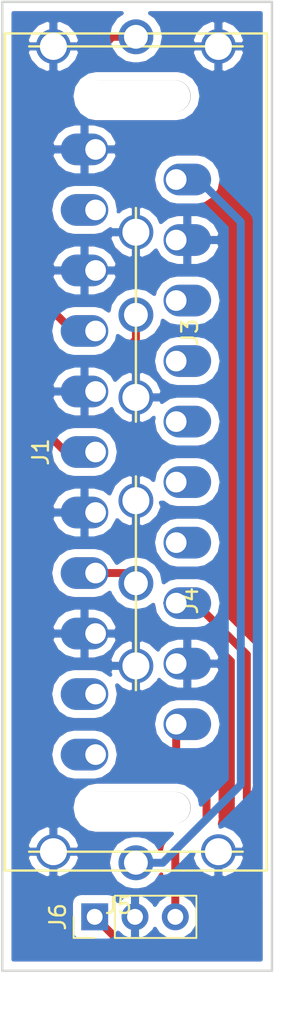
<source format=kicad_pcb>
(kicad_pcb (version 20171130) (host pcbnew 5.0.1)

  (general
    (thickness 1.6)
    (drawings 6)
    (tracks 35)
    (zones 0)
    (modules 6)
    (nets 16)
  )

  (page A4)
  (layers
    (0 F.Cu signal)
    (31 B.Cu signal)
    (32 B.Adhes user)
    (33 F.Adhes user)
    (34 B.Paste user)
    (35 F.Paste user)
    (36 B.SilkS user)
    (37 F.SilkS user)
    (38 B.Mask user)
    (39 F.Mask user)
    (40 Dwgs.User user)
    (41 Cmts.User user)
    (42 Eco1.User user)
    (43 Eco2.User user)
    (44 Edge.Cuts user)
    (45 Margin user)
    (46 B.CrtYd user)
    (47 F.CrtYd user)
    (48 B.Fab user)
    (49 F.Fab user)
  )

  (setup
    (last_trace_width 0.25)
    (user_trace_width 0.5)
    (user_trace_width 0.75)
    (trace_clearance 0.2)
    (zone_clearance 0.508)
    (zone_45_only no)
    (trace_min 0.2)
    (segment_width 0.2)
    (edge_width 0.15)
    (via_size 0.6)
    (via_drill 0.4)
    (via_min_size 0.4)
    (via_min_drill 0.3)
    (uvia_size 0.3)
    (uvia_drill 0.1)
    (uvias_allowed no)
    (uvia_min_size 0.2)
    (uvia_min_drill 0.1)
    (pcb_text_width 0.3)
    (pcb_text_size 1.5 1.5)
    (mod_edge_width 0.15)
    (mod_text_size 1 1)
    (mod_text_width 0.15)
    (pad_size 2.2 2.2)
    (pad_drill 1.5)
    (pad_to_mask_clearance 0.2)
    (solder_mask_min_width 0.25)
    (aux_axis_origin 0 0)
    (visible_elements 7FFFFFFF)
    (pcbplotparams
      (layerselection 0x010f0_80000001)
      (usegerberextensions true)
      (usegerberattributes false)
      (usegerberadvancedattributes false)
      (creategerberjobfile false)
      (excludeedgelayer true)
      (linewidth 0.100000)
      (plotframeref false)
      (viasonmask false)
      (mode 1)
      (useauxorigin false)
      (hpglpennumber 1)
      (hpglpenspeed 20)
      (hpglpendiameter 15.000000)
      (psnegative false)
      (psa4output false)
      (plotreference true)
      (plotvalue true)
      (plotinvisibletext false)
      (padsonsilk false)
      (subtractmaskfromsilk false)
      (outputformat 1)
      (mirror false)
      (drillshape 0)
      (scaleselection 1)
      (outputdirectory "Gerbers/"))
  )

  (net 0 "")
  (net 1 GND)
  (net 2 RED)
  (net 3 R_AUD)
  (net 4 SYNC)
  (net 5 GREEN)
  (net 6 L_AUD)
  (net 7 BLUE)
  (net 8 "Net-(J1-Pad1)")
  (net 9 "Net-(J1-Pad16)")
  (net 10 "Net-(J1-Pad14)")
  (net 11 "Net-(J1-Pad8)")
  (net 12 "Net-(J1-Pad10)")
  (net 13 "Net-(J1-Pad12)")
  (net 14 "Net-(J1-Pad3)")
  (net 15 "Net-(J1-Pad19)")

  (net_class Default "This is the default net class."
    (clearance 0.2)
    (trace_width 0.25)
    (via_dia 0.6)
    (via_drill 0.4)
    (uvia_dia 0.3)
    (uvia_drill 0.1)
    (add_net BLUE)
    (add_net GND)
    (add_net GREEN)
    (add_net L_AUD)
    (add_net "Net-(J1-Pad1)")
    (add_net "Net-(J1-Pad10)")
    (add_net "Net-(J1-Pad12)")
    (add_net "Net-(J1-Pad14)")
    (add_net "Net-(J1-Pad16)")
    (add_net "Net-(J1-Pad19)")
    (add_net "Net-(J1-Pad3)")
    (add_net "Net-(J1-Pad8)")
    (add_net RED)
    (add_net R_AUD)
    (add_net SYNC)
  )

  (module "extron-scart:SCART_F" (layer F.Cu) (tedit 5C651D57) (tstamp 5C68F92A)
    (at 150.424999 108.340001 270)
    (path /5C652397)
    (fp_text reference J1 (at 0 6 270) (layer F.SilkS)
      (effects (font (size 1 1) (thickness 0.15)))
    )
    (fp_text value SCART-F (at 0 -6.25 270) (layer F.Fab)
      (effects (font (size 1 1) (thickness 0.15)))
    )
    (fp_line (start 26.35 8.25) (end -26.35 8.25) (layer F.SilkS) (width 0.15))
    (fp_line (start -26.35 8.25) (end -26.35 -8.25) (layer F.SilkS) (width 0.15))
    (fp_line (start -26.35 -8.25) (end 26.35 -8.25) (layer F.SilkS) (width 0.15))
    (fp_line (start 26.35 -8.25) (end 26.35 8.25) (layer F.SilkS) (width 0.15))
    (pad 20 thru_hole oval (at -17.155 -2.54 270) (size 2 3) (drill 1.3 (offset 0 -0.7)) (layers *.Cu *.Mask)
      (net 4 SYNC))
    (pad 18 thru_hole oval (at -13.345 -2.54 270) (size 2 3) (drill 1.3 (offset 0 -0.7)) (layers *.Cu *.Mask)
      (net 1 GND))
    (pad 16 thru_hole oval (at -9.535 -2.54 270) (size 2 3) (drill 1.3 (offset 0 -0.7)) (layers *.Cu *.Mask)
      (net 9 "Net-(J1-Pad16)"))
    (pad 14 thru_hole oval (at -5.725 -2.54 270) (size 2 3) (drill 1.3 (offset 0 -0.7)) (layers *.Cu *.Mask)
      (net 10 "Net-(J1-Pad14)"))
    (pad 2 thru_hole oval (at 17.135 -2.54 270) (size 2 3) (drill 1.3 (offset 0 -0.7)) (layers *.Cu *.Mask)
      (net 3 R_AUD))
    (pad 4 thru_hole oval (at 13.325 -2.54 270) (size 2 3) (drill 1.3 (offset 0 -0.7)) (layers *.Cu *.Mask)
      (net 1 GND))
    (pad 6 thru_hole oval (at 9.515 -2.54 270) (size 2 3) (drill 1.3 (offset 0 -0.7)) (layers *.Cu *.Mask)
      (net 6 L_AUD))
    (pad 8 thru_hole oval (at 5.705 -2.54 270) (size 2 3) (drill 1.3 (offset 0 -0.7)) (layers *.Cu *.Mask)
      (net 11 "Net-(J1-Pad8)"))
    (pad 10 thru_hole oval (at 1.895 -2.54 270) (size 2 3) (drill 1.3 (offset 0 -0.7)) (layers *.Cu *.Mask)
      (net 12 "Net-(J1-Pad10)"))
    (pad 12 thru_hole oval (at -1.915 -2.54 270) (size 2 3) (drill 1.3 (offset 0 -0.7)) (layers *.Cu *.Mask)
      (net 13 "Net-(J1-Pad12)"))
    (pad 1 thru_hole oval (at 19.05 2.54 270) (size 2 3) (drill 1.3 (offset 0 0.7)) (layers *.Cu *.Mask)
      (net 8 "Net-(J1-Pad1)"))
    (pad 3 thru_hole oval (at 15.24 2.54 270) (size 2 3) (drill 1.3 (offset 0 0.7)) (layers *.Cu *.Mask)
      (net 14 "Net-(J1-Pad3)"))
    (pad 5 thru_hole oval (at 11.43 2.54 270) (size 2 3) (drill 1.3 (offset 0 0.7)) (layers *.Cu *.Mask)
      (net 1 GND))
    (pad 7 thru_hole oval (at 7.62 2.54 270) (size 2 3) (drill 1.3 (offset 0 0.7)) (layers *.Cu *.Mask)
      (net 7 BLUE))
    (pad 9 thru_hole oval (at 3.81 2.54 270) (size 2 3) (drill 1.3 (offset 0 0.7)) (layers *.Cu *.Mask)
      (net 1 GND))
    (pad 21 thru_hole oval (at -19.05 2.54 270) (size 2 3) (drill 1.3 (offset 0 0.7)) (layers *.Cu *.Mask)
      (net 1 GND))
    (pad 19 thru_hole oval (at -15.24 2.54 270) (size 2 3) (drill 1.3 (offset 0 0.7)) (layers *.Cu *.Mask)
      (net 15 "Net-(J1-Pad19)"))
    (pad 17 thru_hole oval (at -11.43 2.54 270) (size 2 3) (drill 1.3 (offset 0 0.7)) (layers *.Cu *.Mask)
      (net 1 GND))
    (pad 15 thru_hole oval (at -7.62 2.54 270) (size 2 3) (drill 1.3 (offset 0 0.7)) (layers *.Cu *.Mask)
      (net 2 RED))
    (pad 13 thru_hole oval (at -3.81 2.54 270) (size 2 3) (drill 1.3 (offset 0 0.7)) (layers *.Cu *.Mask)
      (net 1 GND))
    (pad 11 thru_hole oval (at 0 2.54 270) (size 2 3) (drill 1.3 (offset 0 0.7)) (layers *.Cu *.Mask)
      (net 5 GREEN))
    (pad "" np_thru_hole oval (at -22.4 0 270) (size 2 6.8) (drill oval 2 6.8) (layers *.Cu *.Mask))
    (pad "" np_thru_hole oval (at 22.4 0 270) (size 2 6.8) (drill oval 2 6.8) (layers *.Cu *.Mask))
  )

  (module Connector_PinHeader_2.54mm:PinHeader_1x03_P2.54mm_Vertical (layer F.Cu) (tedit 59FED5CC) (tstamp 5C6B1E46)
    (at 147.828 137.6045 90)
    (descr "Through hole straight pin header, 1x03, 2.54mm pitch, single row")
    (tags "Through hole pin header THT 1x03 2.54mm single row")
    (path /5C652866)
    (fp_text reference J6 (at 0 -2.33 90) (layer F.SilkS)
      (effects (font (size 1 1) (thickness 0.15)))
    )
    (fp_text value Conn_01x03_Male (at 0 7.41 90) (layer F.Fab)
      (effects (font (size 1 1) (thickness 0.15)))
    )
    (fp_line (start -0.635 -1.27) (end 1.27 -1.27) (layer F.Fab) (width 0.1))
    (fp_line (start 1.27 -1.27) (end 1.27 6.35) (layer F.Fab) (width 0.1))
    (fp_line (start 1.27 6.35) (end -1.27 6.35) (layer F.Fab) (width 0.1))
    (fp_line (start -1.27 6.35) (end -1.27 -0.635) (layer F.Fab) (width 0.1))
    (fp_line (start -1.27 -0.635) (end -0.635 -1.27) (layer F.Fab) (width 0.1))
    (fp_line (start -1.33 6.41) (end 1.33 6.41) (layer F.SilkS) (width 0.12))
    (fp_line (start -1.33 1.27) (end -1.33 6.41) (layer F.SilkS) (width 0.12))
    (fp_line (start 1.33 1.27) (end 1.33 6.41) (layer F.SilkS) (width 0.12))
    (fp_line (start -1.33 1.27) (end 1.33 1.27) (layer F.SilkS) (width 0.12))
    (fp_line (start -1.33 0) (end -1.33 -1.33) (layer F.SilkS) (width 0.12))
    (fp_line (start -1.33 -1.33) (end 0 -1.33) (layer F.SilkS) (width 0.12))
    (fp_line (start -1.8 -1.8) (end -1.8 6.85) (layer F.CrtYd) (width 0.05))
    (fp_line (start -1.8 6.85) (end 1.8 6.85) (layer F.CrtYd) (width 0.05))
    (fp_line (start 1.8 6.85) (end 1.8 -1.8) (layer F.CrtYd) (width 0.05))
    (fp_line (start 1.8 -1.8) (end -1.8 -1.8) (layer F.CrtYd) (width 0.05))
    (fp_text user %R (at 0 2.54 180) (layer F.Fab)
      (effects (font (size 1 1) (thickness 0.15)))
    )
    (pad 1 thru_hole rect (at 0 0 90) (size 1.7 1.7) (drill 1) (layers *.Cu *.Mask)
      (net 6 L_AUD))
    (pad 2 thru_hole oval (at 0 2.54 90) (size 1.7 1.7) (drill 1) (layers *.Cu *.Mask)
      (net 1 GND))
    (pad 3 thru_hole oval (at 0 5.08 90) (size 1.7 1.7) (drill 1) (layers *.Cu *.Mask)
      (net 3 R_AUD))
    (model ${KISYS3DMOD}/Connector_PinHeader_2.54mm.3dshapes/PinHeader_1x03_P2.54mm_Vertical.wrl
      (at (xyz 0 0 0))
      (scale (xyz 1 1 1))
      (rotate (xyz 0 0 0))
    )
  )

  (module "extron-scart:RCA" (layer F.Cu) (tedit 5C651D34) (tstamp 5C69015B)
    (at 150.424999 116.604 90)
    (path /5C651DB2)
    (fp_text reference J4 (at -1.1 3.4 90) (layer F.SilkS)
      (effects (font (size 1 1) (thickness 0.15)))
    )
    (fp_text value Conn_Coaxial (at 5.03 3.42 90) (layer F.Fab)
      (effects (font (size 1 1) (thickness 0.15)))
    )
    (fp_line (start -6.73 0) (end 6.73 0) (layer F.SilkS) (width 0.15))
    (pad 2 thru_hole oval (at -5.2 0 90) (size 2.2 2.2) (drill 1.7) (layers *.Cu *.Mask)
      (net 1 GND))
    (pad 1 thru_hole oval (at 0 0 90) (size 2.2 2.2) (drill 1.5) (layers *.Cu *.Mask)
      (net 7 BLUE))
    (pad 2 thru_hole oval (at 5.2 0 90) (size 2.2 2.2) (drill 1.7) (layers *.Cu *.Mask)
      (net 1 GND))
  )

  (module "extron-scart:RCA" (layer F.Cu) (tedit 5C651D34) (tstamp 5C68FF5D)
    (at 150.424999 99.704 90)
    (path /5C651D00)
    (fp_text reference J3 (at -1.1 3.4 90) (layer F.SilkS)
      (effects (font (size 1 1) (thickness 0.15)))
    )
    (fp_text value Conn_Coaxial (at 5.03 3.42 90) (layer F.Fab)
      (effects (font (size 1 1) (thickness 0.15)))
    )
    (fp_line (start -6.73 0) (end 6.73 0) (layer F.SilkS) (width 0.15))
    (pad 2 thru_hole oval (at 5.2 0 90) (size 2.2 2.2) (drill 1.7) (layers *.Cu *.Mask)
      (net 1 GND))
    (pad 1 thru_hole oval (at 0 0 90) (size 2.2 2.2) (drill 1.5) (layers *.Cu *.Mask)
      (net 5 GREEN))
    (pad 2 thru_hole oval (at -5.2 0 90) (size 2.2 2.2) (drill 1.7) (layers *.Cu *.Mask)
      (net 1 GND))
  )

  (module "extron-scart:RCA" (layer F.Cu) (tedit 5C65246C) (tstamp 5C68FEAB)
    (at 150.424999 82.804)
    (path /5C651C5B)
    (fp_text reference J2 (at -1.1 3.4) (layer F.SilkS)
      (effects (font (size 1 1) (thickness 0.15)))
    )
    (fp_text value Conn_Coaxial (at 5.03 3.42) (layer F.Fab)
      (effects (font (size 1 1) (thickness 0.15)))
    )
    (fp_line (start -6.73 0) (end 6.73 0) (layer F.SilkS) (width 0.15))
    (pad 2 thru_hole oval (at -5.2 0) (size 2.2 2.2) (drill 1.7) (layers *.Cu *.Mask)
      (net 1 GND))
    (pad 1 thru_hole oval (at 0 -0.604) (size 2.2 2.2) (drill 1.5) (layers *.Cu *.Mask)
      (net 2 RED))
    (pad 2 thru_hole oval (at 5.2 0) (size 2.2 2.2) (drill 1.7) (layers *.Cu *.Mask)
      (net 1 GND))
  )

  (module "extron-scart:RCA" (layer F.Cu) (tedit 5C652426) (tstamp 5C69053F)
    (at 150.424999 133.504)
    (path /5C651E83)
    (fp_text reference J5 (at -1.1 3.4) (layer F.SilkS)
      (effects (font (size 1 1) (thickness 0.15)))
    )
    (fp_text value Conn_Coaxial (at 5.03 3.42) (layer F.Fab)
      (effects (font (size 1 1) (thickness 0.15)))
    )
    (fp_line (start -6.73 0) (end 6.73 0) (layer F.SilkS) (width 0.15))
    (pad 2 thru_hole oval (at -5.2 0) (size 2.2 2.2) (drill 1.7) (layers *.Cu *.Mask)
      (net 1 GND))
    (pad 1 thru_hole oval (at 0 0.696) (size 2.2 2.2) (drill 1.5) (layers *.Cu *.Mask)
      (net 4 SYNC))
    (pad 2 thru_hole oval (at 5.2 0) (size 2.2 2.2) (drill 1.7) (layers *.Cu *.Mask)
      (net 1 GND))
  )

  (gr_line (start 142 141) (end 142 80) (angle 90) (layer Edge.Cuts) (width 0.15))
  (gr_line (start 159 80) (end 159 141) (angle 90) (layer Edge.Cuts) (width 0.15))
  (gr_line (start 159 141) (end 142 141) (angle 90) (layer Edge.Cuts) (width 0.15))
  (gr_line (start 159 80) (end 142 80) (angle 90) (layer Edge.Cuts) (width 0.15))
  (gr_line (start 148.095 130.731) (end 152.895 130.731) (angle 90) (layer Edge.Cuts) (width 2) (tstamp 5B18B802))
  (gr_line (start 148.095 85.931) (end 152.895 85.931) (angle 90) (layer Edge.Cuts) (width 2))

  (segment (start 147.955 100.711) (end 146.431 100.711) (width 0.25) (layer F.Cu) (net 2))
  (segment (start 144.145 86.995) (end 148.94 82.2) (width 0.5) (layer F.Cu) (net 2))
  (segment (start 144.145 98.425) (end 144.145 86.995) (width 0.5) (layer F.Cu) (net 2))
  (segment (start 148.94 82.2) (end 150.424999 82.2) (width 0.5) (layer F.Cu) (net 2))
  (segment (start 147.884999 100.720001) (end 146.440001 100.720001) (width 0.5) (layer F.Cu) (net 2))
  (segment (start 146.440001 100.720001) (end 144.145 98.425) (width 0.5) (layer F.Cu) (net 2))
  (segment (start 152.908 133.4135) (end 152.908 137.6045) (width 0.5) (layer F.Cu) (net 3))
  (segment (start 154.8765 129.2225) (end 154.8765 131.445) (width 0.5) (layer F.Cu) (net 3))
  (segment (start 154.8765 131.445) (end 152.908 133.4135) (width 0.5) (layer F.Cu) (net 3))
  (segment (start 152.964999 125.475001) (end 152.964999 127.310999) (width 0.5) (layer F.Cu) (net 3))
  (segment (start 152.964999 127.310999) (end 154.8765 129.2225) (width 0.5) (layer F.Cu) (net 3))
  (segment (start 153.035 91.176) (end 154.315 91.176) (width 0.25) (layer B.Cu) (net 4))
  (segment (start 157.0355 93.853) (end 154.367501 91.185001) (width 0.5) (layer B.Cu) (net 4))
  (segment (start 157.0355 129.286) (end 157.0355 93.853) (width 0.5) (layer B.Cu) (net 4))
  (segment (start 150.424999 134.2) (end 152.1215 134.2) (width 0.5) (layer B.Cu) (net 4))
  (segment (start 154.367501 91.185001) (end 152.964999 91.185001) (width 0.5) (layer B.Cu) (net 4))
  (segment (start 152.1215 134.2) (end 157.0355 129.286) (width 0.5) (layer B.Cu) (net 4))
  (segment (start 147.884999 108.340001) (end 145.995501 108.340001) (width 0.5) (layer F.Cu) (net 5))
  (segment (start 145.995501 108.340001) (end 144.399 106.7435) (width 0.5) (layer F.Cu) (net 5))
  (segment (start 144.399 106.7435) (end 144.399 103.759) (width 0.5) (layer F.Cu) (net 5))
  (segment (start 144.399 103.759) (end 145.542 102.616) (width 0.5) (layer F.Cu) (net 5))
  (segment (start 150.424999 101.259634) (end 150.424999 99.704) (width 0.5) (layer F.Cu) (net 5))
  (segment (start 149.068633 102.616) (end 150.424999 101.259634) (width 0.5) (layer F.Cu) (net 5))
  (segment (start 145.542 102.616) (end 149.068633 102.616) (width 0.5) (layer F.Cu) (net 5))
  (segment (start 153.035 117.846) (end 152.263 117.846) (width 0.25) (layer B.Cu) (net 6))
  (segment (start 149.479 139.2555) (end 147.828 137.6045) (width 0.5) (layer F.Cu) (net 6))
  (segment (start 154.4955 139.2555) (end 149.479 139.2555) (width 0.5) (layer F.Cu) (net 6))
  (segment (start 157.4165 136.3345) (end 154.4955 139.2555) (width 0.5) (layer F.Cu) (net 6))
  (segment (start 157.4165 121.0945) (end 157.4165 136.3345) (width 0.5) (layer F.Cu) (net 6))
  (segment (start 152.964999 117.855001) (end 154.177001 117.855001) (width 0.5) (layer F.Cu) (net 6))
  (segment (start 154.177001 117.855001) (end 157.4165 121.0945) (width 0.5) (layer F.Cu) (net 6))
  (segment (start 147.955 115.951) (end 147.1295 115.951) (width 0.25) (layer F.Cu) (net 7))
  (segment (start 147.955 115.951) (end 148.59 115.951) (width 0.25) (layer F.Cu) (net 7))
  (segment (start 149.781 115.960001) (end 150.424999 116.604) (width 0.5) (layer F.Cu) (net 7))
  (segment (start 147.884999 115.960001) (end 149.781 115.960001) (width 0.5) (layer F.Cu) (net 7))

  (zone (net 1) (net_name GND) (layer F.Cu) (tstamp 0) (hatch edge 0.508)
    (connect_pads (clearance 0.508))
    (min_thickness 0.254)
    (fill yes (arc_segments 16) (thermal_gap 0.508) (thermal_bridge_width 0.508))
    (polygon
      (pts
        (xy 141.859 79.883) (xy 159.131 79.883) (xy 159.131 141.224) (xy 141.859 141.224)
      )
    )
    (filled_polygon
      (pts
        (xy 149.174134 80.949135) (xy 148.941108 81.297884) (xy 148.939999 81.297663) (xy 148.852838 81.315) (xy 148.852835 81.315)
        (xy 148.59469 81.366348) (xy 148.375845 81.512576) (xy 148.375844 81.512577) (xy 148.301951 81.561951) (xy 148.252577 81.635844)
        (xy 146.845304 83.043117) (xy 146.796124 82.931) (xy 145.351999 82.931) (xy 145.351999 84.375604) (xy 145.46392 84.424502)
        (xy 143.580845 86.307577) (xy 143.506952 86.356951) (xy 143.457578 86.430844) (xy 143.457576 86.430846) (xy 143.311348 86.649691)
        (xy 143.242663 86.995) (xy 143.260001 87.082165) (xy 143.26 98.337839) (xy 143.242663 98.425) (xy 143.26 98.512161)
        (xy 143.26 98.512164) (xy 143.311348 98.770309) (xy 143.506951 99.063049) (xy 143.580847 99.112425) (xy 145.046248 100.577827)
        (xy 145.017968 100.720001) (xy 145.144863 101.357946) (xy 145.401251 101.741658) (xy 145.19669 101.782348) (xy 145.08888 101.854385)
        (xy 144.977845 101.928576) (xy 144.977844 101.928577) (xy 144.903951 101.977951) (xy 144.854577 102.051844) (xy 143.834845 103.071577)
        (xy 143.760952 103.120951) (xy 143.711578 103.194844) (xy 143.711576 103.194846) (xy 143.565348 103.413691) (xy 143.496663 103.759)
        (xy 143.514001 103.846165) (xy 143.514 106.656339) (xy 143.496663 106.7435) (xy 143.514 106.830661) (xy 143.514 106.830664)
        (xy 143.565348 107.088809) (xy 143.760951 107.381549) (xy 143.834847 107.430925) (xy 145.086014 108.682093) (xy 145.144863 108.977946)
        (xy 145.50623 109.51877) (xy 146.047054 109.880137) (xy 146.523968 109.975001) (xy 147.84603 109.975001) (xy 148.322944 109.880137)
        (xy 148.863768 109.51877) (xy 149.225135 108.977946) (xy 149.35203 108.340001) (xy 149.225135 107.702056) (xy 148.863768 107.161232)
        (xy 148.322944 106.799865) (xy 147.84603 106.705001) (xy 146.523968 106.705001) (xy 146.047054 106.799865) (xy 145.843173 106.936094)
        (xy 145.284 106.376922) (xy 145.284 105.32007) (xy 145.439077 105.596318) (xy 145.941979 105.991943) (xy 146.557999 106.165001)
        (xy 147.057999 106.165001) (xy 147.057999 104.657001) (xy 147.037999 104.657001) (xy 147.037999 104.403001) (xy 147.057999 104.403001)
        (xy 147.057999 104.383001) (xy 147.311999 104.383001) (xy 147.311999 104.403001) (xy 147.331999 104.403001) (xy 147.331999 104.657001)
        (xy 147.311999 104.657001) (xy 147.311999 106.165001) (xy 147.811999 106.165001) (xy 148.428019 105.991943) (xy 148.886397 105.631344)
        (xy 149.015987 105.916392) (xy 149.510667 106.378534) (xy 150.028877 106.593175) (xy 150.297999 106.475125) (xy 150.297999 105.031)
        (xy 150.551999 105.031) (xy 150.551999 106.475125) (xy 150.821121 106.593175) (xy 151.339331 106.378534) (xy 151.545528 106.1859)
        (xy 151.497968 106.425001) (xy 151.624863 107.062946) (xy 151.98623 107.60377) (xy 152.527054 107.965137) (xy 153.003968 108.060001)
        (xy 154.32603 108.060001) (xy 154.802944 107.965137) (xy 155.343768 107.60377) (xy 155.705135 107.062946) (xy 155.83203 106.425001)
        (xy 155.705135 105.787056) (xy 155.343768 105.246232) (xy 154.802944 104.884865) (xy 154.32603 104.790001) (xy 153.003968 104.790001)
        (xy 152.527054 104.884865) (xy 152.067045 105.192233) (xy 151.996603 105.031) (xy 150.551999 105.031) (xy 150.297999 105.031)
        (xy 150.277999 105.031) (xy 150.277999 104.777) (xy 150.297999 104.777) (xy 150.297999 103.332875) (xy 150.551999 103.332875)
        (xy 150.551999 104.777) (xy 151.996603 104.777) (xy 152.114182 104.507877) (xy 151.834011 103.891608) (xy 151.339331 103.429466)
        (xy 150.821121 103.214825) (xy 150.551999 103.332875) (xy 150.297999 103.332875) (xy 150.028877 103.214825) (xy 149.510667 103.429466)
        (xy 149.117766 103.796523) (xy 148.951869 103.501) (xy 148.981472 103.501) (xy 149.068633 103.518337) (xy 149.155794 103.501)
        (xy 149.155798 103.501) (xy 149.413943 103.449652) (xy 149.706682 103.254049) (xy 149.756058 103.180153) (xy 150.32121 102.615001)
        (xy 151.497968 102.615001) (xy 151.624863 103.252946) (xy 151.98623 103.79377) (xy 152.527054 104.155137) (xy 153.003968 104.250001)
        (xy 154.32603 104.250001) (xy 154.802944 104.155137) (xy 155.343768 103.79377) (xy 155.705135 103.252946) (xy 155.83203 102.615001)
        (xy 155.705135 101.977056) (xy 155.343768 101.436232) (xy 154.802944 101.074865) (xy 154.32603 100.980001) (xy 153.003968 100.980001)
        (xy 152.527054 101.074865) (xy 151.98623 101.436232) (xy 151.624863 101.977056) (xy 151.497968 102.615001) (xy 150.32121 102.615001)
        (xy 150.989155 101.947057) (xy 151.063048 101.897683) (xy 151.258651 101.604944) (xy 151.309999 101.346799) (xy 151.309999 101.346795)
        (xy 151.327336 101.259635) (xy 151.314714 101.196178) (xy 151.675864 100.954865) (xy 152.059333 100.380963) (xy 152.120495 100.073483)
        (xy 152.527054 100.345137) (xy 153.003968 100.440001) (xy 154.32603 100.440001) (xy 154.802944 100.345137) (xy 155.343768 99.98377)
        (xy 155.705135 99.442946) (xy 155.83203 98.805001) (xy 155.705135 98.167056) (xy 155.343768 97.626232) (xy 154.802944 97.264865)
        (xy 154.32603 97.170001) (xy 153.003968 97.170001) (xy 152.527054 97.264865) (xy 151.98623 97.626232) (xy 151.624863 98.167056)
        (xy 151.580618 98.389493) (xy 151.101962 98.069666) (xy 150.595879 97.969) (xy 150.254119 97.969) (xy 149.748036 98.069666)
        (xy 149.174134 98.453135) (xy 148.790665 99.027037) (xy 148.708961 99.437793) (xy 148.322944 99.179865) (xy 147.84603 99.085001)
        (xy 146.523968 99.085001) (xy 146.134124 99.162546) (xy 145.03 98.058422) (xy 145.03 97.290435) (xy 145.094875 97.290435)
        (xy 145.125855 97.418356) (xy 145.439077 97.976318) (xy 145.941979 98.371943) (xy 146.557999 98.545001) (xy 147.057999 98.545001)
        (xy 147.057999 97.037001) (xy 147.311999 97.037001) (xy 147.311999 98.545001) (xy 147.811999 98.545001) (xy 148.428019 98.371943)
        (xy 148.930921 97.976318) (xy 149.244143 97.418356) (xy 149.275123 97.290435) (xy 149.155776 97.037001) (xy 147.311999 97.037001)
        (xy 147.057999 97.037001) (xy 145.214222 97.037001) (xy 145.094875 97.290435) (xy 145.03 97.290435) (xy 145.03 96.529567)
        (xy 145.094875 96.529567) (xy 145.214222 96.783001) (xy 147.057999 96.783001) (xy 147.057999 95.275001) (xy 147.311999 95.275001)
        (xy 147.311999 96.783001) (xy 149.155776 96.783001) (xy 149.275123 96.529567) (xy 149.244143 96.401646) (xy 148.930921 95.843684)
        (xy 148.428019 95.448059) (xy 147.811999 95.275001) (xy 147.311999 95.275001) (xy 147.057999 95.275001) (xy 146.557999 95.275001)
        (xy 145.941979 95.448059) (xy 145.439077 95.843684) (xy 145.125855 96.401646) (xy 145.094875 96.529567) (xy 145.03 96.529567)
        (xy 145.03 94.900123) (xy 148.735816 94.900123) (xy 149.015987 95.516392) (xy 149.510667 95.978534) (xy 150.028877 96.193175)
        (xy 150.297999 96.075125) (xy 150.297999 94.631) (xy 148.853395 94.631) (xy 148.735816 94.900123) (xy 145.03 94.900123)
        (xy 145.03 93.16049) (xy 145.144863 93.737946) (xy 145.50623 94.27877) (xy 146.047054 94.640137) (xy 146.523968 94.735001)
        (xy 147.84603 94.735001) (xy 148.322944 94.640137) (xy 148.82252 94.306331) (xy 148.853395 94.377) (xy 150.297999 94.377)
        (xy 150.297999 92.932875) (xy 150.551999 92.932875) (xy 150.551999 94.377) (xy 150.571999 94.377) (xy 150.571999 94.631)
        (xy 150.551999 94.631) (xy 150.551999 96.075125) (xy 150.821121 96.193175) (xy 151.339331 95.978534) (xy 151.689146 95.651728)
        (xy 151.919077 96.061318) (xy 152.421979 96.456943) (xy 153.037999 96.630001) (xy 153.537999 96.630001) (xy 153.537999 95.122001)
        (xy 153.791999 95.122001) (xy 153.791999 96.630001) (xy 154.291999 96.630001) (xy 154.908019 96.456943) (xy 155.410921 96.061318)
        (xy 155.724143 95.503356) (xy 155.755123 95.375435) (xy 155.635776 95.122001) (xy 153.791999 95.122001) (xy 153.537999 95.122001)
        (xy 153.517999 95.122001) (xy 153.517999 94.868001) (xy 153.537999 94.868001) (xy 153.537999 93.360001) (xy 153.791999 93.360001)
        (xy 153.791999 94.868001) (xy 155.635776 94.868001) (xy 155.755123 94.614567) (xy 155.724143 94.486646) (xy 155.410921 93.928684)
        (xy 154.908019 93.533059) (xy 154.291999 93.360001) (xy 153.791999 93.360001) (xy 153.537999 93.360001) (xy 153.037999 93.360001)
        (xy 152.421979 93.533059) (xy 152.00278 93.862836) (xy 151.834011 93.491608) (xy 151.339331 93.029466) (xy 150.821121 92.814825)
        (xy 150.551999 92.932875) (xy 150.297999 92.932875) (xy 150.028877 92.814825) (xy 149.510667 93.029466) (xy 149.333055 93.195396)
        (xy 149.35203 93.100001) (xy 149.225135 92.462056) (xy 148.863768 91.921232) (xy 148.322944 91.559865) (xy 147.84603 91.465001)
        (xy 146.523968 91.465001) (xy 146.047054 91.559865) (xy 145.50623 91.921232) (xy 145.144863 92.462056) (xy 145.03 93.039512)
        (xy 145.03 91.185001) (xy 151.497968 91.185001) (xy 151.624863 91.822946) (xy 151.98623 92.36377) (xy 152.527054 92.725137)
        (xy 153.003968 92.820001) (xy 154.32603 92.820001) (xy 154.802944 92.725137) (xy 155.343768 92.36377) (xy 155.705135 91.822946)
        (xy 155.83203 91.185001) (xy 155.705135 90.547056) (xy 155.343768 90.006232) (xy 154.802944 89.644865) (xy 154.32603 89.550001)
        (xy 153.003968 89.550001) (xy 152.527054 89.644865) (xy 151.98623 90.006232) (xy 151.624863 90.547056) (xy 151.497968 91.185001)
        (xy 145.03 91.185001) (xy 145.03 89.670435) (xy 145.094875 89.670435) (xy 145.125855 89.798356) (xy 145.439077 90.356318)
        (xy 145.941979 90.751943) (xy 146.557999 90.925001) (xy 147.057999 90.925001) (xy 147.057999 89.417001) (xy 147.311999 89.417001)
        (xy 147.311999 90.925001) (xy 147.811999 90.925001) (xy 148.428019 90.751943) (xy 148.930921 90.356318) (xy 149.244143 89.798356)
        (xy 149.275123 89.670435) (xy 149.155776 89.417001) (xy 147.311999 89.417001) (xy 147.057999 89.417001) (xy 145.214222 89.417001)
        (xy 145.094875 89.670435) (xy 145.03 89.670435) (xy 145.03 88.909567) (xy 145.094875 88.909567) (xy 145.214222 89.163001)
        (xy 147.057999 89.163001) (xy 147.057999 87.655001) (xy 147.311999 87.655001) (xy 147.311999 89.163001) (xy 149.155776 89.163001)
        (xy 149.275123 88.909567) (xy 149.244143 88.781646) (xy 148.930921 88.223684) (xy 148.428019 87.828059) (xy 147.811999 87.655001)
        (xy 147.311999 87.655001) (xy 147.057999 87.655001) (xy 146.557999 87.655001) (xy 145.941979 87.828059) (xy 145.439077 88.223684)
        (xy 145.125855 88.781646) (xy 145.094875 88.909567) (xy 145.03 88.909567) (xy 145.03 87.361578) (xy 146.373499 86.01808)
        (xy 146.484863 86.577946) (xy 146.84623 87.11877) (xy 147.387054 87.480137) (xy 147.863968 87.575001) (xy 152.98603 87.575001)
        (xy 153.031281 87.566) (xy 153.056031 87.566) (xy 153.532945 87.471136) (xy 154.073769 87.109769) (xy 154.435136 86.568945)
        (xy 154.562031 85.931) (xy 154.435136 85.293055) (xy 154.073769 84.752231) (xy 153.532945 84.390864) (xy 153.056031 84.296)
        (xy 148.095579 84.296) (xy 149.080639 83.31094) (xy 149.174134 83.450865) (xy 149.748036 83.834334) (xy 150.254119 83.935)
        (xy 150.595879 83.935) (xy 151.101962 83.834334) (xy 151.675864 83.450865) (xy 151.843405 83.200122) (xy 153.935824 83.200122)
        (xy 154.150465 83.718332) (xy 154.612607 84.213012) (xy 155.228876 84.493183) (xy 155.497999 84.375604) (xy 155.497999 82.931)
        (xy 155.751999 82.931) (xy 155.751999 84.375604) (xy 156.021122 84.493183) (xy 156.637391 84.213012) (xy 157.099533 83.718332)
        (xy 157.314174 83.200122) (xy 157.196124 82.931) (xy 155.751999 82.931) (xy 155.497999 82.931) (xy 154.053874 82.931)
        (xy 153.935824 83.200122) (xy 151.843405 83.200122) (xy 152.059333 82.876963) (xy 152.152639 82.407878) (xy 153.935824 82.407878)
        (xy 154.053874 82.677) (xy 155.497999 82.677) (xy 155.497999 81.232396) (xy 155.751999 81.232396) (xy 155.751999 82.677)
        (xy 157.196124 82.677) (xy 157.314174 82.407878) (xy 157.099533 81.889668) (xy 156.637391 81.394988) (xy 156.021122 81.114817)
        (xy 155.751999 81.232396) (xy 155.497999 81.232396) (xy 155.228876 81.114817) (xy 154.612607 81.394988) (xy 154.150465 81.889668)
        (xy 153.935824 82.407878) (xy 152.152639 82.407878) (xy 152.193989 82.2) (xy 152.059333 81.523037) (xy 151.675864 80.949135)
        (xy 151.317973 80.71) (xy 158.29 80.71) (xy 158.290001 120.949524) (xy 158.250152 120.74919) (xy 158.054549 120.456451)
        (xy 157.980656 120.407077) (xy 155.765093 118.191515) (xy 155.83203 117.855001) (xy 155.705135 117.217056) (xy 155.343768 116.676232)
        (xy 154.802944 116.314865) (xy 154.32603 116.220001) (xy 153.003968 116.220001) (xy 152.527054 116.314865) (xy 152.182298 116.545224)
        (xy 152.059333 115.927037) (xy 151.675864 115.353135) (xy 151.101962 114.969666) (xy 150.595879 114.869) (xy 150.254119 114.869)
        (xy 149.748036 114.969666) (xy 149.590391 115.075001) (xy 149.060058 115.075001) (xy 148.863768 114.781232) (xy 148.322944 114.419865)
        (xy 147.84603 114.325001) (xy 146.523968 114.325001) (xy 146.047054 114.419865) (xy 145.50623 114.781232) (xy 145.144863 115.322056)
        (xy 145.017968 115.960001) (xy 145.144863 116.597946) (xy 145.50623 117.13877) (xy 146.047054 117.500137) (xy 146.523968 117.595001)
        (xy 147.84603 117.595001) (xy 148.322944 117.500137) (xy 148.774275 117.198567) (xy 148.790665 117.280963) (xy 149.174134 117.854865)
        (xy 149.748036 118.238334) (xy 150.254119 118.339) (xy 150.595879 118.339) (xy 151.101962 118.238334) (xy 151.518814 117.959802)
        (xy 151.624863 118.492946) (xy 151.98623 119.03377) (xy 152.527054 119.395137) (xy 153.003968 119.490001) (xy 154.32603 119.490001)
        (xy 154.521534 119.451113) (xy 156.5315 121.461079) (xy 156.531501 132.046848) (xy 156.021122 131.814817) (xy 155.752001 131.932395)
        (xy 155.752001 131.769) (xy 155.714391 131.769) (xy 155.7615 131.532165) (xy 155.7615 131.532161) (xy 155.778837 131.445001)
        (xy 155.7615 131.357841) (xy 155.7615 129.309661) (xy 155.778837 129.2225) (xy 155.7615 129.135339) (xy 155.7615 129.135335)
        (xy 155.710152 128.87719) (xy 155.514549 128.584451) (xy 155.440656 128.535077) (xy 154.015579 127.110001) (xy 154.32603 127.110001)
        (xy 154.802944 127.015137) (xy 155.343768 126.65377) (xy 155.705135 126.112946) (xy 155.83203 125.475001) (xy 155.705135 124.837056)
        (xy 155.343768 124.296232) (xy 154.802944 123.934865) (xy 154.32603 123.840001) (xy 153.003968 123.840001) (xy 152.527054 123.934865)
        (xy 151.98623 124.296232) (xy 151.624863 124.837056) (xy 151.497968 125.475001) (xy 151.624863 126.112946) (xy 151.98623 126.65377)
        (xy 152.08 126.716425) (xy 152.08 127.223834) (xy 152.062662 127.310999) (xy 152.131347 127.656308) (xy 152.277575 127.875153)
        (xy 152.277577 127.875155) (xy 152.326951 127.949048) (xy 152.400844 127.998422) (xy 153.714791 129.312369) (xy 153.532945 129.190864)
        (xy 153.056031 129.096) (xy 147.933969 129.096) (xy 147.888718 129.105001) (xy 147.863968 129.105001) (xy 147.387054 129.199865)
        (xy 146.84623 129.561232) (xy 146.484863 130.102056) (xy 146.357968 130.740001) (xy 146.484863 131.377946) (xy 146.84623 131.91877)
        (xy 147.387054 132.280137) (xy 147.863968 132.375001) (xy 152.694921 132.375001) (xy 152.343847 132.726075) (xy 152.269951 132.775451)
        (xy 152.074348 133.068191) (xy 152.023 133.326336) (xy 152.023 133.326339) (xy 152.005663 133.4135) (xy 152.013937 133.455097)
        (xy 151.675864 132.949135) (xy 151.101962 132.565666) (xy 150.595879 132.465) (xy 150.254119 132.465) (xy 149.748036 132.565666)
        (xy 149.174134 132.949135) (xy 148.790665 133.523037) (xy 148.656009 134.2) (xy 148.790665 134.876963) (xy 149.174134 135.450865)
        (xy 149.748036 135.834334) (xy 150.254119 135.935) (xy 150.595879 135.935) (xy 151.101962 135.834334) (xy 151.675864 135.450865)
        (xy 152.023 134.931339) (xy 152.023001 136.409844) (xy 151.837375 136.533875) (xy 151.624157 136.852978) (xy 151.563183 136.723142)
        (xy 151.134924 136.332855) (xy 150.72489 136.163024) (xy 150.495 136.284345) (xy 150.495 137.4775) (xy 150.515 137.4775)
        (xy 150.515 137.7315) (xy 150.495 137.7315) (xy 150.495 137.7515) (xy 150.241 137.7515) (xy 150.241 137.7315)
        (xy 150.221 137.7315) (xy 150.221 137.4775) (xy 150.241 137.4775) (xy 150.241 136.284345) (xy 150.01111 136.163024)
        (xy 149.601076 136.332855) (xy 149.296739 136.610208) (xy 149.276157 136.506735) (xy 149.135809 136.296691) (xy 148.925765 136.156343)
        (xy 148.678 136.10706) (xy 146.978 136.10706) (xy 146.730235 136.156343) (xy 146.520191 136.296691) (xy 146.379843 136.506735)
        (xy 146.33056 136.7545) (xy 146.33056 138.4545) (xy 146.379843 138.702265) (xy 146.520191 138.912309) (xy 146.730235 139.052657)
        (xy 146.978 139.10194) (xy 148.073861 139.10194) (xy 148.791577 139.819656) (xy 148.840951 139.893549) (xy 148.914844 139.942923)
        (xy 148.914845 139.942924) (xy 149.13369 140.089152) (xy 149.391835 140.1405) (xy 149.391839 140.1405) (xy 149.479 140.157837)
        (xy 149.566161 140.1405) (xy 154.408339 140.1405) (xy 154.4955 140.157837) (xy 154.582661 140.1405) (xy 154.582665 140.1405)
        (xy 154.84081 140.089152) (xy 155.133549 139.893549) (xy 155.182925 139.819653) (xy 157.980656 137.021923) (xy 158.054549 136.972549)
        (xy 158.200246 136.7545) (xy 158.250152 136.67981) (xy 158.27918 136.533875) (xy 158.290001 136.479475) (xy 158.290001 140.29)
        (xy 142.71 140.29) (xy 142.71 133.900122) (xy 143.535824 133.900122) (xy 143.750465 134.418332) (xy 144.212607 134.913012)
        (xy 144.828876 135.193183) (xy 145.097999 135.075604) (xy 145.097999 133.631) (xy 145.351999 133.631) (xy 145.351999 135.075604)
        (xy 145.621122 135.193183) (xy 146.237391 134.913012) (xy 146.699533 134.418332) (xy 146.914174 133.900122) (xy 146.796124 133.631)
        (xy 145.351999 133.631) (xy 145.097999 133.631) (xy 143.653874 133.631) (xy 143.535824 133.900122) (xy 142.71 133.900122)
        (xy 142.71 133.107878) (xy 143.535824 133.107878) (xy 143.653874 133.377) (xy 145.097999 133.377) (xy 145.097999 131.932396)
        (xy 145.351999 131.932396) (xy 145.351999 133.377) (xy 146.796124 133.377) (xy 146.914174 133.107878) (xy 146.699533 132.589668)
        (xy 146.237391 132.094988) (xy 145.621122 131.814817) (xy 145.351999 131.932396) (xy 145.097999 131.932396) (xy 144.828876 131.814817)
        (xy 144.212607 132.094988) (xy 143.750465 132.589668) (xy 143.535824 133.107878) (xy 142.71 133.107878) (xy 142.71 127.390001)
        (xy 145.017968 127.390001) (xy 145.144863 128.027946) (xy 145.50623 128.56877) (xy 146.047054 128.930137) (xy 146.523968 129.025001)
        (xy 147.84603 129.025001) (xy 148.322944 128.930137) (xy 148.863768 128.56877) (xy 149.225135 128.027946) (xy 149.35203 127.390001)
        (xy 149.225135 126.752056) (xy 148.863768 126.211232) (xy 148.322944 125.849865) (xy 147.84603 125.755001) (xy 146.523968 125.755001)
        (xy 146.047054 125.849865) (xy 145.50623 126.211232) (xy 145.144863 126.752056) (xy 145.017968 127.390001) (xy 142.71 127.390001)
        (xy 142.71 123.580001) (xy 145.017968 123.580001) (xy 145.144863 124.217946) (xy 145.50623 124.75877) (xy 146.047054 125.120137)
        (xy 146.523968 125.215001) (xy 147.84603 125.215001) (xy 148.322944 125.120137) (xy 148.863768 124.75877) (xy 149.225135 124.217946)
        (xy 149.35203 123.580001) (xy 149.24217 123.027698) (xy 149.510667 123.278534) (xy 150.028877 123.493175) (xy 150.297999 123.375125)
        (xy 150.297999 121.931) (xy 148.853395 121.931) (xy 148.735816 122.200123) (xy 148.81131 122.366181) (xy 148.322944 122.039865)
        (xy 147.84603 121.945001) (xy 146.523968 121.945001) (xy 146.047054 122.039865) (xy 145.50623 122.401232) (xy 145.144863 122.942056)
        (xy 145.017968 123.580001) (xy 142.71 123.580001) (xy 142.71 121.407877) (xy 148.735816 121.407877) (xy 148.853395 121.677)
        (xy 150.297999 121.677) (xy 150.297999 120.232875) (xy 150.551999 120.232875) (xy 150.551999 121.677) (xy 150.571999 121.677)
        (xy 150.571999 121.931) (xy 150.551999 121.931) (xy 150.551999 123.375125) (xy 150.821121 123.493175) (xy 151.339331 123.278534)
        (xy 151.834011 122.816392) (xy 151.893445 122.685659) (xy 151.919077 122.731318) (xy 152.421979 123.126943) (xy 153.037999 123.300001)
        (xy 153.537999 123.300001) (xy 153.537999 121.792001) (xy 153.791999 121.792001) (xy 153.791999 123.300001) (xy 154.291999 123.300001)
        (xy 154.908019 123.126943) (xy 155.410921 122.731318) (xy 155.724143 122.173356) (xy 155.755123 122.045435) (xy 155.635776 121.792001)
        (xy 153.791999 121.792001) (xy 153.537999 121.792001) (xy 153.517999 121.792001) (xy 153.517999 121.538001) (xy 153.537999 121.538001)
        (xy 153.537999 120.030001) (xy 153.791999 120.030001) (xy 153.791999 121.538001) (xy 155.635776 121.538001) (xy 155.755123 121.284567)
        (xy 155.724143 121.156646) (xy 155.410921 120.598684) (xy 154.908019 120.203059) (xy 154.291999 120.030001) (xy 153.791999 120.030001)
        (xy 153.537999 120.030001) (xy 153.037999 120.030001) (xy 152.421979 120.203059) (xy 151.919077 120.598684) (xy 151.818769 120.777369)
        (xy 151.339331 120.329466) (xy 150.821121 120.114825) (xy 150.551999 120.232875) (xy 150.297999 120.232875) (xy 150.028877 120.114825)
        (xy 149.510667 120.329466) (xy 149.015987 120.791608) (xy 148.735816 121.407877) (xy 142.71 121.407877) (xy 142.71 120.150435)
        (xy 145.094875 120.150435) (xy 145.125855 120.278356) (xy 145.439077 120.836318) (xy 145.941979 121.231943) (xy 146.557999 121.405001)
        (xy 147.057999 121.405001) (xy 147.057999 119.897001) (xy 147.311999 119.897001) (xy 147.311999 121.405001) (xy 147.811999 121.405001)
        (xy 148.428019 121.231943) (xy 148.930921 120.836318) (xy 149.244143 120.278356) (xy 149.275123 120.150435) (xy 149.155776 119.897001)
        (xy 147.311999 119.897001) (xy 147.057999 119.897001) (xy 145.214222 119.897001) (xy 145.094875 120.150435) (xy 142.71 120.150435)
        (xy 142.71 119.389567) (xy 145.094875 119.389567) (xy 145.214222 119.643001) (xy 147.057999 119.643001) (xy 147.057999 118.135001)
        (xy 147.311999 118.135001) (xy 147.311999 119.643001) (xy 149.155776 119.643001) (xy 149.275123 119.389567) (xy 149.244143 119.261646)
        (xy 148.930921 118.703684) (xy 148.428019 118.308059) (xy 147.811999 118.135001) (xy 147.311999 118.135001) (xy 147.057999 118.135001)
        (xy 146.557999 118.135001) (xy 145.941979 118.308059) (xy 145.439077 118.703684) (xy 145.125855 119.261646) (xy 145.094875 119.389567)
        (xy 142.71 119.389567) (xy 142.71 114.045001) (xy 151.497968 114.045001) (xy 151.624863 114.682946) (xy 151.98623 115.22377)
        (xy 152.527054 115.585137) (xy 153.003968 115.680001) (xy 154.32603 115.680001) (xy 154.802944 115.585137) (xy 155.343768 115.22377)
        (xy 155.705135 114.682946) (xy 155.83203 114.045001) (xy 155.705135 113.407056) (xy 155.343768 112.866232) (xy 154.802944 112.504865)
        (xy 154.32603 112.410001) (xy 153.003968 112.410001) (xy 152.527054 112.504865) (xy 151.98623 112.866232) (xy 151.624863 113.407056)
        (xy 151.497968 114.045001) (xy 142.71 114.045001) (xy 142.71 112.530435) (xy 145.094875 112.530435) (xy 145.125855 112.658356)
        (xy 145.439077 113.216318) (xy 145.941979 113.611943) (xy 146.557999 113.785001) (xy 147.057999 113.785001) (xy 147.057999 112.277001)
        (xy 145.214222 112.277001) (xy 145.094875 112.530435) (xy 142.71 112.530435) (xy 142.71 111.769567) (xy 145.094875 111.769567)
        (xy 145.214222 112.023001) (xy 147.057999 112.023001) (xy 147.057999 110.515001) (xy 147.311999 110.515001) (xy 147.311999 112.023001)
        (xy 147.331999 112.023001) (xy 147.331999 112.277001) (xy 147.311999 112.277001) (xy 147.311999 113.785001) (xy 147.811999 113.785001)
        (xy 148.428019 113.611943) (xy 148.930921 113.216318) (xy 149.244143 112.658356) (xy 149.249834 112.634857) (xy 149.510667 112.878534)
        (xy 150.028877 113.093175) (xy 150.297999 112.975125) (xy 150.297999 111.531) (xy 150.277999 111.531) (xy 150.277999 111.277)
        (xy 150.297999 111.277) (xy 150.297999 109.832875) (xy 150.551999 109.832875) (xy 150.551999 111.277) (xy 150.571999 111.277)
        (xy 150.571999 111.531) (xy 150.551999 111.531) (xy 150.551999 112.975125) (xy 150.821121 113.093175) (xy 151.339331 112.878534)
        (xy 151.834011 112.416392) (xy 152.114182 111.800123) (xy 151.996604 111.531002) (xy 152.159999 111.531002) (xy 152.159999 111.529879)
        (xy 152.527054 111.775137) (xy 153.003968 111.870001) (xy 154.32603 111.870001) (xy 154.802944 111.775137) (xy 155.343768 111.41377)
        (xy 155.705135 110.872946) (xy 155.83203 110.235001) (xy 155.705135 109.597056) (xy 155.343768 109.056232) (xy 154.802944 108.694865)
        (xy 154.32603 108.600001) (xy 153.003968 108.600001) (xy 152.527054 108.694865) (xy 151.98623 109.056232) (xy 151.624863 109.597056)
        (xy 151.524359 110.102324) (xy 151.339331 109.929466) (xy 150.821121 109.714825) (xy 150.551999 109.832875) (xy 150.297999 109.832875)
        (xy 150.028877 109.714825) (xy 149.510667 109.929466) (xy 149.015987 110.391608) (xy 148.761828 110.950661) (xy 148.428019 110.688059)
        (xy 147.811999 110.515001) (xy 147.311999 110.515001) (xy 147.057999 110.515001) (xy 146.557999 110.515001) (xy 145.941979 110.688059)
        (xy 145.439077 111.083684) (xy 145.125855 111.641646) (xy 145.094875 111.769567) (xy 142.71 111.769567) (xy 142.71 83.200122)
        (xy 143.535824 83.200122) (xy 143.750465 83.718332) (xy 144.212607 84.213012) (xy 144.828876 84.493183) (xy 145.097999 84.375604)
        (xy 145.097999 82.931) (xy 143.653874 82.931) (xy 143.535824 83.200122) (xy 142.71 83.200122) (xy 142.71 82.407878)
        (xy 143.535824 82.407878) (xy 143.653874 82.677) (xy 145.097999 82.677) (xy 145.097999 81.232396) (xy 145.351999 81.232396)
        (xy 145.351999 82.677) (xy 146.796124 82.677) (xy 146.914174 82.407878) (xy 146.699533 81.889668) (xy 146.237391 81.394988)
        (xy 145.621122 81.114817) (xy 145.351999 81.232396) (xy 145.097999 81.232396) (xy 144.828876 81.114817) (xy 144.212607 81.394988)
        (xy 143.750465 81.889668) (xy 143.535824 82.407878) (xy 142.71 82.407878) (xy 142.71 80.71) (xy 149.532025 80.71)
      )
    )
    (filled_polygon
      (pts
        (xy 155.751999 133.377) (xy 155.771999 133.377) (xy 155.771999 133.631) (xy 155.751999 133.631) (xy 155.751999 135.075604)
        (xy 156.021122 135.193183) (xy 156.531501 134.961152) (xy 156.531501 135.96792) (xy 154.289391 138.210031) (xy 154.306839 138.183918)
        (xy 154.422092 137.6045) (xy 154.306839 137.025082) (xy 153.978625 136.533875) (xy 153.793 136.409844) (xy 153.793 133.780078)
        (xy 153.942076 133.631002) (xy 154.053873 133.631002) (xy 153.935824 133.900122) (xy 154.150465 134.418332) (xy 154.612607 134.913012)
        (xy 155.228876 135.193183) (xy 155.497999 135.075604) (xy 155.497999 133.631) (xy 155.477999 133.631) (xy 155.477999 133.377)
        (xy 155.497999 133.377) (xy 155.497999 133.357) (xy 155.751999 133.357)
      )
    )
  )
  (zone (net 1) (net_name GND) (layer B.Cu) (tstamp 5C6903EF) (hatch edge 0.508)
    (connect_pads (clearance 0.508))
    (min_thickness 0.254)
    (fill yes (arc_segments 16) (thermal_gap 0.508) (thermal_bridge_width 0.508))
    (polygon
      (pts
        (xy 141.859 79.883) (xy 159.131 79.883) (xy 159.131 141.224) (xy 141.859 141.224)
      )
    )
    (filled_polygon
      (pts
        (xy 149.174134 80.949135) (xy 148.790665 81.523037) (xy 148.656009 82.2) (xy 148.790665 82.876963) (xy 149.174134 83.450865)
        (xy 149.748036 83.834334) (xy 150.254119 83.935) (xy 150.595879 83.935) (xy 151.101962 83.834334) (xy 151.675864 83.450865)
        (xy 151.843405 83.200122) (xy 153.935824 83.200122) (xy 154.150465 83.718332) (xy 154.612607 84.213012) (xy 155.228876 84.493183)
        (xy 155.497999 84.375604) (xy 155.497999 82.931) (xy 155.751999 82.931) (xy 155.751999 84.375604) (xy 156.021122 84.493183)
        (xy 156.637391 84.213012) (xy 157.099533 83.718332) (xy 157.314174 83.200122) (xy 157.196124 82.931) (xy 155.751999 82.931)
        (xy 155.497999 82.931) (xy 154.053874 82.931) (xy 153.935824 83.200122) (xy 151.843405 83.200122) (xy 152.059333 82.876963)
        (xy 152.152639 82.407878) (xy 153.935824 82.407878) (xy 154.053874 82.677) (xy 155.497999 82.677) (xy 155.497999 81.232396)
        (xy 155.751999 81.232396) (xy 155.751999 82.677) (xy 157.196124 82.677) (xy 157.314174 82.407878) (xy 157.099533 81.889668)
        (xy 156.637391 81.394988) (xy 156.021122 81.114817) (xy 155.751999 81.232396) (xy 155.497999 81.232396) (xy 155.228876 81.114817)
        (xy 154.612607 81.394988) (xy 154.150465 81.889668) (xy 153.935824 82.407878) (xy 152.152639 82.407878) (xy 152.193989 82.2)
        (xy 152.059333 81.523037) (xy 151.675864 80.949135) (xy 151.317973 80.71) (xy 158.29 80.71) (xy 158.290001 140.29)
        (xy 142.71 140.29) (xy 142.71 136.7545) (xy 146.33056 136.7545) (xy 146.33056 138.4545) (xy 146.379843 138.702265)
        (xy 146.520191 138.912309) (xy 146.730235 139.052657) (xy 146.978 139.10194) (xy 148.678 139.10194) (xy 148.925765 139.052657)
        (xy 149.135809 138.912309) (xy 149.276157 138.702265) (xy 149.296739 138.598792) (xy 149.601076 138.876145) (xy 150.01111 139.045976)
        (xy 150.241 138.924655) (xy 150.241 137.7315) (xy 150.221 137.7315) (xy 150.221 137.4775) (xy 150.241 137.4775)
        (xy 150.241 136.284345) (xy 150.495 136.284345) (xy 150.495 137.4775) (xy 150.515 137.4775) (xy 150.515 137.7315)
        (xy 150.495 137.7315) (xy 150.495 138.924655) (xy 150.72489 139.045976) (xy 151.134924 138.876145) (xy 151.563183 138.485858)
        (xy 151.624157 138.356022) (xy 151.837375 138.675125) (xy 152.328582 139.003339) (xy 152.761744 139.0895) (xy 153.054256 139.0895)
        (xy 153.487418 139.003339) (xy 153.978625 138.675125) (xy 154.306839 138.183918) (xy 154.422092 137.6045) (xy 154.306839 137.025082)
        (xy 153.978625 136.533875) (xy 153.487418 136.205661) (xy 153.054256 136.1195) (xy 152.761744 136.1195) (xy 152.328582 136.205661)
        (xy 151.837375 136.533875) (xy 151.624157 136.852978) (xy 151.563183 136.723142) (xy 151.134924 136.332855) (xy 150.72489 136.163024)
        (xy 150.495 136.284345) (xy 150.241 136.284345) (xy 150.01111 136.163024) (xy 149.601076 136.332855) (xy 149.296739 136.610208)
        (xy 149.276157 136.506735) (xy 149.135809 136.296691) (xy 148.925765 136.156343) (xy 148.678 136.10706) (xy 146.978 136.10706)
        (xy 146.730235 136.156343) (xy 146.520191 136.296691) (xy 146.379843 136.506735) (xy 146.33056 136.7545) (xy 142.71 136.7545)
        (xy 142.71 133.900122) (xy 143.535824 133.900122) (xy 143.750465 134.418332) (xy 144.212607 134.913012) (xy 144.828876 135.193183)
        (xy 145.097999 135.075604) (xy 145.097999 133.631) (xy 145.351999 133.631) (xy 145.351999 135.075604) (xy 145.621122 135.193183)
        (xy 146.237391 134.913012) (xy 146.699533 134.418332) (xy 146.914174 133.900122) (xy 146.796124 133.631) (xy 145.351999 133.631)
        (xy 145.097999 133.631) (xy 143.653874 133.631) (xy 143.535824 133.900122) (xy 142.71 133.900122) (xy 142.71 133.107878)
        (xy 143.535824 133.107878) (xy 143.653874 133.377) (xy 145.097999 133.377) (xy 145.097999 131.932396) (xy 145.351999 131.932396)
        (xy 145.351999 133.377) (xy 146.796124 133.377) (xy 146.914174 133.107878) (xy 146.699533 132.589668) (xy 146.237391 132.094988)
        (xy 145.621122 131.814817) (xy 145.351999 131.932396) (xy 145.097999 131.932396) (xy 144.828876 131.814817) (xy 144.212607 132.094988)
        (xy 143.750465 132.589668) (xy 143.535824 133.107878) (xy 142.71 133.107878) (xy 142.71 130.740001) (xy 146.357968 130.740001)
        (xy 146.484863 131.377946) (xy 146.84623 131.91877) (xy 147.387054 132.280137) (xy 147.863968 132.375001) (xy 152.694921 132.375001)
        (xy 151.854075 133.215847) (xy 151.675864 132.949135) (xy 151.101962 132.565666) (xy 150.595879 132.465) (xy 150.254119 132.465)
        (xy 149.748036 132.565666) (xy 149.174134 132.949135) (xy 148.790665 133.523037) (xy 148.656009 134.2) (xy 148.790665 134.876963)
        (xy 149.174134 135.450865) (xy 149.748036 135.834334) (xy 150.254119 135.935) (xy 150.595879 135.935) (xy 151.101962 135.834334)
        (xy 151.675864 135.450865) (xy 151.920327 135.085) (xy 152.034339 135.085) (xy 152.1215 135.102337) (xy 152.208661 135.085)
        (xy 152.208665 135.085) (xy 152.46681 135.033652) (xy 152.759549 134.838049) (xy 152.808925 134.764153) (xy 153.942076 133.631002)
        (xy 154.053873 133.631002) (xy 153.935824 133.900122) (xy 154.150465 134.418332) (xy 154.612607 134.913012) (xy 155.228876 135.193183)
        (xy 155.497999 135.075604) (xy 155.497999 133.631) (xy 155.751999 133.631) (xy 155.751999 135.075604) (xy 156.021122 135.193183)
        (xy 156.637391 134.913012) (xy 157.099533 134.418332) (xy 157.314174 133.900122) (xy 157.196124 133.631) (xy 155.751999 133.631)
        (xy 155.497999 133.631) (xy 155.477999 133.631) (xy 155.477999 133.377) (xy 155.497999 133.377) (xy 155.497999 133.357)
        (xy 155.751999 133.357) (xy 155.751999 133.377) (xy 157.196124 133.377) (xy 157.314174 133.107878) (xy 157.099533 132.589668)
        (xy 156.637391 132.094988) (xy 156.021122 131.814817) (xy 155.752001 131.932395) (xy 155.752001 131.821078) (xy 157.599656 129.973423)
        (xy 157.673549 129.924049) (xy 157.869152 129.63131) (xy 157.9205 129.373165) (xy 157.9205 129.373161) (xy 157.937837 129.286001)
        (xy 157.9205 129.198841) (xy 157.9205 93.940159) (xy 157.937837 93.852999) (xy 157.9205 93.765839) (xy 157.9205 93.765835)
        (xy 157.869152 93.50769) (xy 157.673549 93.214951) (xy 157.599656 93.165577) (xy 155.796699 91.362621) (xy 155.83203 91.185001)
        (xy 155.705135 90.547056) (xy 155.343768 90.006232) (xy 154.802944 89.644865) (xy 154.32603 89.550001) (xy 153.003968 89.550001)
        (xy 152.527054 89.644865) (xy 151.98623 90.006232) (xy 151.624863 90.547056) (xy 151.497968 91.185001) (xy 151.624863 91.822946)
        (xy 151.98623 92.36377) (xy 152.527054 92.725137) (xy 153.003968 92.820001) (xy 154.32603 92.820001) (xy 154.680428 92.749507)
        (xy 156.150501 94.21958) (xy 156.1505 128.919421) (xy 154.525015 130.544907) (xy 154.435136 130.093055) (xy 154.073769 129.552231)
        (xy 153.532945 129.190864) (xy 153.056031 129.096) (xy 147.933969 129.096) (xy 147.888718 129.105001) (xy 147.863968 129.105001)
        (xy 147.387054 129.199865) (xy 146.84623 129.561232) (xy 146.484863 130.102056) (xy 146.357968 130.740001) (xy 142.71 130.740001)
        (xy 142.71 127.390001) (xy 145.017968 127.390001) (xy 145.144863 128.027946) (xy 145.50623 128.56877) (xy 146.047054 128.930137)
        (xy 146.523968 129.025001) (xy 147.84603 129.025001) (xy 148.322944 128.930137) (xy 148.863768 128.56877) (xy 149.225135 128.027946)
        (xy 149.35203 127.390001) (xy 149.225135 126.752056) (xy 148.863768 126.211232) (xy 148.322944 125.849865) (xy 147.84603 125.755001)
        (xy 146.523968 125.755001) (xy 146.047054 125.849865) (xy 145.50623 126.211232) (xy 145.144863 126.752056) (xy 145.017968 127.390001)
        (xy 142.71 127.390001) (xy 142.71 125.475001) (xy 151.497968 125.475001) (xy 151.624863 126.112946) (xy 151.98623 126.65377)
        (xy 152.527054 127.015137) (xy 153.003968 127.110001) (xy 154.32603 127.110001) (xy 154.802944 127.015137) (xy 155.343768 126.65377)
        (xy 155.705135 126.112946) (xy 155.83203 125.475001) (xy 155.705135 124.837056) (xy 155.343768 124.296232) (xy 154.802944 123.934865)
        (xy 154.32603 123.840001) (xy 153.003968 123.840001) (xy 152.527054 123.934865) (xy 151.98623 124.296232) (xy 151.624863 124.837056)
        (xy 151.497968 125.475001) (xy 142.71 125.475001) (xy 142.71 123.580001) (xy 145.017968 123.580001) (xy 145.144863 124.217946)
        (xy 145.50623 124.75877) (xy 146.047054 125.120137) (xy 146.523968 125.215001) (xy 147.84603 125.215001) (xy 148.322944 125.120137)
        (xy 148.863768 124.75877) (xy 149.225135 124.217946) (xy 149.35203 123.580001) (xy 149.24217 123.027698) (xy 149.510667 123.278534)
        (xy 150.028877 123.493175) (xy 150.297999 123.375125) (xy 150.297999 121.931) (xy 148.853395 121.931) (xy 148.735816 122.200123)
        (xy 148.81131 122.366181) (xy 148.322944 122.039865) (xy 147.84603 121.945001) (xy 146.523968 121.945001) (xy 146.047054 122.039865)
        (xy 145.50623 122.401232) (xy 145.144863 122.942056) (xy 145.017968 123.580001) (xy 142.71 123.580001) (xy 142.71 121.407877)
        (xy 148.735816 121.407877) (xy 148.853395 121.677) (xy 150.297999 121.677) (xy 150.297999 120.232875) (xy 150.551999 120.232875)
        (xy 150.551999 121.677) (xy 150.571999 121.677) (xy 150.571999 121.931) (xy 150.551999 121.931) (xy 150.551999 123.375125)
        (xy 150.821121 123.493175) (xy 151.339331 123.278534) (xy 151.834011 122.816392) (xy 151.893445 122.685659) (xy 151.919077 122.731318)
        (xy 152.421979 123.126943) (xy 153.037999 123.300001) (xy 153.537999 123.300001) (xy 153.537999 121.792001) (xy 153.791999 121.792001)
        (xy 153.791999 123.300001) (xy 154.291999 123.300001) (xy 154.908019 123.126943) (xy 155.410921 122.731318) (xy 155.724143 122.173356)
        (xy 155.755123 122.045435) (xy 155.635776 121.792001) (xy 153.791999 121.792001) (xy 153.537999 121.792001) (xy 153.517999 121.792001)
        (xy 153.517999 121.538001) (xy 153.537999 121.538001) (xy 153.537999 120.030001) (xy 153.791999 120.030001) (xy 153.791999 121.538001)
        (xy 155.635776 121.538001) (xy 155.755123 121.284567) (xy 155.724143 121.156646) (xy 155.410921 120.598684) (xy 154.908019 120.203059)
        (xy 154.291999 120.030001) (xy 153.791999 120.030001) (xy 153.537999 120.030001) (xy 153.037999 120.030001) (xy 152.421979 120.203059)
        (xy 151.919077 120.598684) (xy 151.818769 120.777369) (xy 151.339331 120.329466) (xy 150.821121 120.114825) (xy 150.551999 120.232875)
        (xy 150.297999 120.232875) (xy 150.028877 120.114825) (xy 149.510667 120.329466) (xy 149.015987 120.791608) (xy 148.735816 121.407877)
        (xy 142.71 121.407877) (xy 142.71 120.150435) (xy 145.094875 120.150435) (xy 145.125855 120.278356) (xy 145.439077 120.836318)
        (xy 145.941979 121.231943) (xy 146.557999 121.405001) (xy 147.057999 121.405001) (xy 147.057999 119.897001) (xy 147.311999 119.897001)
        (xy 147.311999 121.405001) (xy 147.811999 121.405001) (xy 148.428019 121.231943) (xy 148.930921 120.836318) (xy 149.244143 120.278356)
        (xy 149.275123 120.150435) (xy 149.155776 119.897001) (xy 147.311999 119.897001) (xy 147.057999 119.897001) (xy 145.214222 119.897001)
        (xy 145.094875 120.150435) (xy 142.71 120.150435) (xy 142.71 119.389567) (xy 145.094875 119.389567) (xy 145.214222 119.643001)
        (xy 147.057999 119.643001) (xy 147.057999 118.135001) (xy 147.311999 118.135001) (xy 147.311999 119.643001) (xy 149.155776 119.643001)
        (xy 149.275123 119.389567) (xy 149.244143 119.261646) (xy 148.930921 118.703684) (xy 148.428019 118.308059) (xy 147.811999 118.135001)
        (xy 147.311999 118.135001) (xy 147.057999 118.135001) (xy 146.557999 118.135001) (xy 145.941979 118.308059) (xy 145.439077 118.703684)
        (xy 145.125855 119.261646) (xy 145.094875 119.389567) (xy 142.71 119.389567) (xy 142.71 115.960001) (xy 145.017968 115.960001)
        (xy 145.144863 116.597946) (xy 145.50623 117.13877) (xy 146.047054 117.500137) (xy 146.523968 117.595001) (xy 147.84603 117.595001)
        (xy 148.322944 117.500137) (xy 148.774275 117.198567) (xy 148.790665 117.280963) (xy 149.174134 117.854865) (xy 149.748036 118.238334)
        (xy 150.254119 118.339) (xy 150.595879 118.339) (xy 151.101962 118.238334) (xy 151.511694 117.96456) (xy 151.547096 118.142537)
        (xy 151.558582 118.159726) (xy 151.624863 118.492946) (xy 151.98623 119.03377) (xy 152.527054 119.395137) (xy 153.003968 119.490001)
        (xy 154.32603 119.490001) (xy 154.802944 119.395137) (xy 155.343768 119.03377) (xy 155.705135 118.492946) (xy 155.83203 117.855001)
        (xy 155.705135 117.217056) (xy 155.343768 116.676232) (xy 154.802944 116.314865) (xy 154.32603 116.220001) (xy 153.003968 116.220001)
        (xy 152.527054 116.314865) (xy 152.182298 116.545224) (xy 152.059333 115.927037) (xy 151.675864 115.353135) (xy 151.101962 114.969666)
        (xy 150.595879 114.869) (xy 150.254119 114.869) (xy 149.748036 114.969666) (xy 149.22375 115.319983) (xy 148.863768 114.781232)
        (xy 148.322944 114.419865) (xy 147.84603 114.325001) (xy 146.523968 114.325001) (xy 146.047054 114.419865) (xy 145.50623 114.781232)
        (xy 145.144863 115.322056) (xy 145.017968 115.960001) (xy 142.71 115.960001) (xy 142.71 114.045001) (xy 151.497968 114.045001)
        (xy 151.624863 114.682946) (xy 151.98623 115.22377) (xy 152.527054 115.585137) (xy 153.003968 115.680001) (xy 154.32603 115.680001)
        (xy 154.802944 115.585137) (xy 155.343768 115.22377) (xy 155.705135 114.682946) (xy 155.83203 114.045001) (xy 155.705135 113.407056)
        (xy 155.343768 112.866232) (xy 154.802944 112.504865) (xy 154.32603 112.410001) (xy 153.003968 112.410001) (xy 152.527054 112.504865)
        (xy 151.98623 112.866232) (xy 151.624863 113.407056) (xy 151.497968 114.045001) (xy 142.71 114.045001) (xy 142.71 112.530435)
        (xy 145.094875 112.530435) (xy 145.125855 112.658356) (xy 145.439077 113.216318) (xy 145.941979 113.611943) (xy 146.557999 113.785001)
        (xy 147.057999 113.785001) (xy 147.057999 112.277001) (xy 145.214222 112.277001) (xy 145.094875 112.530435) (xy 142.71 112.530435)
        (xy 142.71 111.769567) (xy 145.094875 111.769567) (xy 145.214222 112.023001) (xy 147.057999 112.023001) (xy 147.057999 110.515001)
        (xy 147.311999 110.515001) (xy 147.311999 112.023001) (xy 147.331999 112.023001) (xy 147.331999 112.277001) (xy 147.311999 112.277001)
        (xy 147.311999 113.785001) (xy 147.811999 113.785001) (xy 148.428019 113.611943) (xy 148.930921 113.216318) (xy 149.244143 112.658356)
        (xy 149.249834 112.634857) (xy 149.510667 112.878534) (xy 150.028877 113.093175) (xy 150.297999 112.975125) (xy 150.297999 111.531)
        (xy 150.277999 111.531) (xy 150.277999 111.277) (xy 150.297999 111.277) (xy 150.297999 109.832875) (xy 150.551999 109.832875)
        (xy 150.551999 111.277) (xy 150.571999 111.277) (xy 150.571999 111.531) (xy 150.551999 111.531) (xy 150.551999 112.975125)
        (xy 150.821121 113.093175) (xy 151.339331 112.878534) (xy 151.834011 112.416392) (xy 152.114182 111.800123) (xy 151.996604 111.531002)
        (xy 152.159999 111.531002) (xy 152.159999 111.529879) (xy 152.527054 111.775137) (xy 153.003968 111.870001) (xy 154.32603 111.870001)
        (xy 154.802944 111.775137) (xy 155.343768 111.41377) (xy 155.705135 110.872946) (xy 155.83203 110.235001) (xy 155.705135 109.597056)
        (xy 155.343768 109.056232) (xy 154.802944 108.694865) (xy 154.32603 108.600001) (xy 153.003968 108.600001) (xy 152.527054 108.694865)
        (xy 151.98623 109.056232) (xy 151.624863 109.597056) (xy 151.524359 110.102324) (xy 151.339331 109.929466) (xy 150.821121 109.714825)
        (xy 150.551999 109.832875) (xy 150.297999 109.832875) (xy 150.028877 109.714825) (xy 149.510667 109.929466) (xy 149.015987 110.391608)
        (xy 148.761828 110.950661) (xy 148.428019 110.688059) (xy 147.811999 110.515001) (xy 147.311999 110.515001) (xy 147.057999 110.515001)
        (xy 146.557999 110.515001) (xy 145.941979 110.688059) (xy 145.439077 111.083684) (xy 145.125855 111.641646) (xy 145.094875 111.769567)
        (xy 142.71 111.769567) (xy 142.71 108.340001) (xy 145.017968 108.340001) (xy 145.144863 108.977946) (xy 145.50623 109.51877)
        (xy 146.047054 109.880137) (xy 146.523968 109.975001) (xy 147.84603 109.975001) (xy 148.322944 109.880137) (xy 148.863768 109.51877)
        (xy 149.225135 108.977946) (xy 149.35203 108.340001) (xy 149.225135 107.702056) (xy 148.863768 107.161232) (xy 148.322944 106.799865)
        (xy 147.84603 106.705001) (xy 146.523968 106.705001) (xy 146.047054 106.799865) (xy 145.50623 107.161232) (xy 145.144863 107.702056)
        (xy 145.017968 108.340001) (xy 142.71 108.340001) (xy 142.71 104.910435) (xy 145.094875 104.910435) (xy 145.125855 105.038356)
        (xy 145.439077 105.596318) (xy 145.941979 105.991943) (xy 146.557999 106.165001) (xy 147.057999 106.165001) (xy 147.057999 104.657001)
        (xy 145.214222 104.657001) (xy 145.094875 104.910435) (xy 142.71 104.910435) (xy 142.71 104.149567) (xy 145.094875 104.149567)
        (xy 145.214222 104.403001) (xy 147.057999 104.403001) (xy 147.057999 102.895001) (xy 147.311999 102.895001) (xy 147.311999 104.403001)
        (xy 147.331999 104.403001) (xy 147.331999 104.657001) (xy 147.311999 104.657001) (xy 147.311999 106.165001) (xy 147.811999 106.165001)
        (xy 148.428019 105.991943) (xy 148.886397 105.631344) (xy 149.015987 105.916392) (xy 149.510667 106.378534) (xy 150.028877 106.593175)
        (xy 150.297999 106.475125) (xy 150.297999 105.031) (xy 150.551999 105.031) (xy 150.551999 106.475125) (xy 150.821121 106.593175)
        (xy 151.339331 106.378534) (xy 151.545528 106.1859) (xy 151.497968 106.425001) (xy 151.624863 107.062946) (xy 151.98623 107.60377)
        (xy 152.527054 107.965137) (xy 153.003968 108.060001) (xy 154.32603 108.060001) (xy 154.802944 107.965137) (xy 155.343768 107.60377)
        (xy 155.705135 107.062946) (xy 155.83203 106.425001) (xy 155.705135 105.787056) (xy 155.343768 105.246232) (xy 154.802944 104.884865)
        (xy 154.32603 104.790001) (xy 153.003968 104.790001) (xy 152.527054 104.884865) (xy 152.067045 105.192233) (xy 151.996603 105.031)
        (xy 150.551999 105.031) (xy 150.297999 105.031) (xy 150.277999 105.031) (xy 150.277999 104.777) (xy 150.297999 104.777)
        (xy 150.297999 103.332875) (xy 150.551999 103.332875) (xy 150.551999 104.777) (xy 151.996603 104.777) (xy 152.114182 104.507877)
        (xy 151.834011 103.891608) (xy 151.339331 103.429466) (xy 150.821121 103.214825) (xy 150.551999 103.332875) (xy 150.297999 103.332875)
        (xy 150.028877 103.214825) (xy 149.510667 103.429466) (xy 149.117766 103.796523) (xy 148.930921 103.463684) (xy 148.428019 103.068059)
        (xy 147.811999 102.895001) (xy 147.311999 102.895001) (xy 147.057999 102.895001) (xy 146.557999 102.895001) (xy 145.941979 103.068059)
        (xy 145.439077 103.463684) (xy 145.125855 104.021646) (xy 145.094875 104.149567) (xy 142.71 104.149567) (xy 142.71 102.615001)
        (xy 151.497968 102.615001) (xy 151.624863 103.252946) (xy 151.98623 103.79377) (xy 152.527054 104.155137) (xy 153.003968 104.250001)
        (xy 154.32603 104.250001) (xy 154.802944 104.155137) (xy 155.343768 103.79377) (xy 155.705135 103.252946) (xy 155.83203 102.615001)
        (xy 155.705135 101.977056) (xy 155.343768 101.436232) (xy 154.802944 101.074865) (xy 154.32603 100.980001) (xy 153.003968 100.980001)
        (xy 152.527054 101.074865) (xy 151.98623 101.436232) (xy 151.624863 101.977056) (xy 151.497968 102.615001) (xy 142.71 102.615001)
        (xy 142.71 100.720001) (xy 145.017968 100.720001) (xy 145.144863 101.357946) (xy 145.50623 101.89877) (xy 146.047054 102.260137)
        (xy 146.523968 102.355001) (xy 147.84603 102.355001) (xy 148.322944 102.260137) (xy 148.863768 101.89877) (xy 149.225135 101.357946)
        (xy 149.289923 101.032233) (xy 149.748036 101.338334) (xy 150.254119 101.439) (xy 150.595879 101.439) (xy 151.101962 101.338334)
        (xy 151.675864 100.954865) (xy 152.059333 100.380963) (xy 152.120495 100.073483) (xy 152.527054 100.345137) (xy 153.003968 100.440001)
        (xy 154.32603 100.440001) (xy 154.802944 100.345137) (xy 155.343768 99.98377) (xy 155.705135 99.442946) (xy 155.83203 98.805001)
        (xy 155.705135 98.167056) (xy 155.343768 97.626232) (xy 154.802944 97.264865) (xy 154.32603 97.170001) (xy 153.003968 97.170001)
        (xy 152.527054 97.264865) (xy 151.98623 97.626232) (xy 151.624863 98.167056) (xy 151.580618 98.389493) (xy 151.101962 98.069666)
        (xy 150.595879 97.969) (xy 150.254119 97.969) (xy 149.748036 98.069666) (xy 149.174134 98.453135) (xy 148.790665 99.027037)
        (xy 148.708961 99.437793) (xy 148.322944 99.179865) (xy 147.84603 99.085001) (xy 146.523968 99.085001) (xy 146.047054 99.179865)
        (xy 145.50623 99.541232) (xy 145.144863 100.082056) (xy 145.017968 100.720001) (xy 142.71 100.720001) (xy 142.71 97.290435)
        (xy 145.094875 97.290435) (xy 145.125855 97.418356) (xy 145.439077 97.976318) (xy 145.941979 98.371943) (xy 146.557999 98.545001)
        (xy 147.057999 98.545001) (xy 147.057999 97.037001) (xy 147.311999 97.037001) (xy 147.311999 98.545001) (xy 147.811999 98.545001)
        (xy 148.428019 98.371943) (xy 148.930921 97.976318) (xy 149.244143 97.418356) (xy 149.275123 97.290435) (xy 149.155776 97.037001)
        (xy 147.311999 97.037001) (xy 147.057999 97.037001) (xy 145.214222 97.037001) (xy 145.094875 97.290435) (xy 142.71 97.290435)
        (xy 142.71 96.529567) (xy 145.094875 96.529567) (xy 145.214222 96.783001) (xy 147.057999 96.783001) (xy 147.057999 95.275001)
        (xy 147.311999 95.275001) (xy 147.311999 96.783001) (xy 149.155776 96.783001) (xy 149.275123 96.529567) (xy 149.244143 96.401646)
        (xy 148.930921 95.843684) (xy 148.428019 95.448059) (xy 147.811999 95.275001) (xy 147.311999 95.275001) (xy 147.057999 95.275001)
        (xy 146.557999 95.275001) (xy 145.941979 95.448059) (xy 145.439077 95.843684) (xy 145.125855 96.401646) (xy 145.094875 96.529567)
        (xy 142.71 96.529567) (xy 142.71 94.900123) (xy 148.735816 94.900123) (xy 149.015987 95.516392) (xy 149.510667 95.978534)
        (xy 150.028877 96.193175) (xy 150.297999 96.075125) (xy 150.297999 94.631) (xy 148.853395 94.631) (xy 148.735816 94.900123)
        (xy 142.71 94.900123) (xy 142.71 93.100001) (xy 145.017968 93.100001) (xy 145.144863 93.737946) (xy 145.50623 94.27877)
        (xy 146.047054 94.640137) (xy 146.523968 94.735001) (xy 147.84603 94.735001) (xy 148.322944 94.640137) (xy 148.82252 94.306331)
        (xy 148.853395 94.377) (xy 150.297999 94.377) (xy 150.297999 92.932875) (xy 150.551999 92.932875) (xy 150.551999 94.377)
        (xy 150.571999 94.377) (xy 150.571999 94.631) (xy 150.551999 94.631) (xy 150.551999 96.075125) (xy 150.821121 96.193175)
        (xy 151.339331 95.978534) (xy 151.689146 95.651728) (xy 151.919077 96.061318) (xy 152.421979 96.456943) (xy 153.037999 96.630001)
        (xy 153.537999 96.630001) (xy 153.537999 95.122001) (xy 153.791999 95.122001) (xy 153.791999 96.630001) (xy 154.291999 96.630001)
        (xy 154.908019 96.456943) (xy 155.410921 96.061318) (xy 155.724143 95.503356) (xy 155.755123 95.375435) (xy 155.635776 95.122001)
        (xy 153.791999 95.122001) (xy 153.537999 95.122001) (xy 153.517999 95.122001) (xy 153.517999 94.868001) (xy 153.537999 94.868001)
        (xy 153.537999 93.360001) (xy 153.791999 93.360001) (xy 153.791999 94.868001) (xy 155.635776 94.868001) (xy 155.755123 94.614567)
        (xy 155.724143 94.486646) (xy 155.410921 93.928684) (xy 154.908019 93.533059) (xy 154.291999 93.360001) (xy 153.791999 93.360001)
        (xy 153.537999 93.360001) (xy 153.037999 93.360001) (xy 152.421979 93.533059) (xy 152.00278 93.862836) (xy 151.834011 93.491608)
        (xy 151.339331 93.029466) (xy 150.821121 92.814825) (xy 150.551999 92.932875) (xy 150.297999 92.932875) (xy 150.028877 92.814825)
        (xy 149.510667 93.029466) (xy 149.333055 93.195396) (xy 149.35203 93.100001) (xy 149.225135 92.462056) (xy 148.863768 91.921232)
        (xy 148.322944 91.559865) (xy 147.84603 91.465001) (xy 146.523968 91.465001) (xy 146.047054 91.559865) (xy 145.50623 91.921232)
        (xy 145.144863 92.462056) (xy 145.017968 93.100001) (xy 142.71 93.100001) (xy 142.71 89.670435) (xy 145.094875 89.670435)
        (xy 145.125855 89.798356) (xy 145.439077 90.356318) (xy 145.941979 90.751943) (xy 146.557999 90.925001) (xy 147.057999 90.925001)
        (xy 147.057999 89.417001) (xy 147.311999 89.417001) (xy 147.311999 90.925001) (xy 147.811999 90.925001) (xy 148.428019 90.751943)
        (xy 148.930921 90.356318) (xy 149.244143 89.798356) (xy 149.275123 89.670435) (xy 149.155776 89.417001) (xy 147.311999 89.417001)
        (xy 147.057999 89.417001) (xy 145.214222 89.417001) (xy 145.094875 89.670435) (xy 142.71 89.670435) (xy 142.71 88.909567)
        (xy 145.094875 88.909567) (xy 145.214222 89.163001) (xy 147.057999 89.163001) (xy 147.057999 87.655001) (xy 147.311999 87.655001)
        (xy 147.311999 89.163001) (xy 149.155776 89.163001) (xy 149.275123 88.909567) (xy 149.244143 88.781646) (xy 148.930921 88.223684)
        (xy 148.428019 87.828059) (xy 147.811999 87.655001) (xy 147.311999 87.655001) (xy 147.057999 87.655001) (xy 146.557999 87.655001)
        (xy 145.941979 87.828059) (xy 145.439077 88.223684) (xy 145.125855 88.781646) (xy 145.094875 88.909567) (xy 142.71 88.909567)
        (xy 142.71 85.940001) (xy 146.357968 85.940001) (xy 146.484863 86.577946) (xy 146.84623 87.11877) (xy 147.387054 87.480137)
        (xy 147.863968 87.575001) (xy 152.98603 87.575001) (xy 153.031281 87.566) (xy 153.056031 87.566) (xy 153.532945 87.471136)
        (xy 154.073769 87.109769) (xy 154.435136 86.568945) (xy 154.562031 85.931) (xy 154.435136 85.293055) (xy 154.073769 84.752231)
        (xy 153.532945 84.390864) (xy 153.056031 84.296) (xy 147.933969 84.296) (xy 147.888718 84.305001) (xy 147.863968 84.305001)
        (xy 147.387054 84.399865) (xy 146.84623 84.761232) (xy 146.484863 85.302056) (xy 146.357968 85.940001) (xy 142.71 85.940001)
        (xy 142.71 83.200122) (xy 143.535824 83.200122) (xy 143.750465 83.718332) (xy 144.212607 84.213012) (xy 144.828876 84.493183)
        (xy 145.097999 84.375604) (xy 145.097999 82.931) (xy 145.351999 82.931) (xy 145.351999 84.375604) (xy 145.621122 84.493183)
        (xy 146.237391 84.213012) (xy 146.699533 83.718332) (xy 146.914174 83.200122) (xy 146.796124 82.931) (xy 145.351999 82.931)
        (xy 145.097999 82.931) (xy 143.653874 82.931) (xy 143.535824 83.200122) (xy 142.71 83.200122) (xy 142.71 82.407878)
        (xy 143.535824 82.407878) (xy 143.653874 82.677) (xy 145.097999 82.677) (xy 145.097999 81.232396) (xy 145.351999 81.232396)
        (xy 145.351999 82.677) (xy 146.796124 82.677) (xy 146.914174 82.407878) (xy 146.699533 81.889668) (xy 146.237391 81.394988)
        (xy 145.621122 81.114817) (xy 145.351999 81.232396) (xy 145.097999 81.232396) (xy 144.828876 81.114817) (xy 144.212607 81.394988)
        (xy 143.750465 81.889668) (xy 143.535824 82.407878) (xy 142.71 82.407878) (xy 142.71 80.71) (xy 149.532025 80.71)
      )
    )
  )
)

</source>
